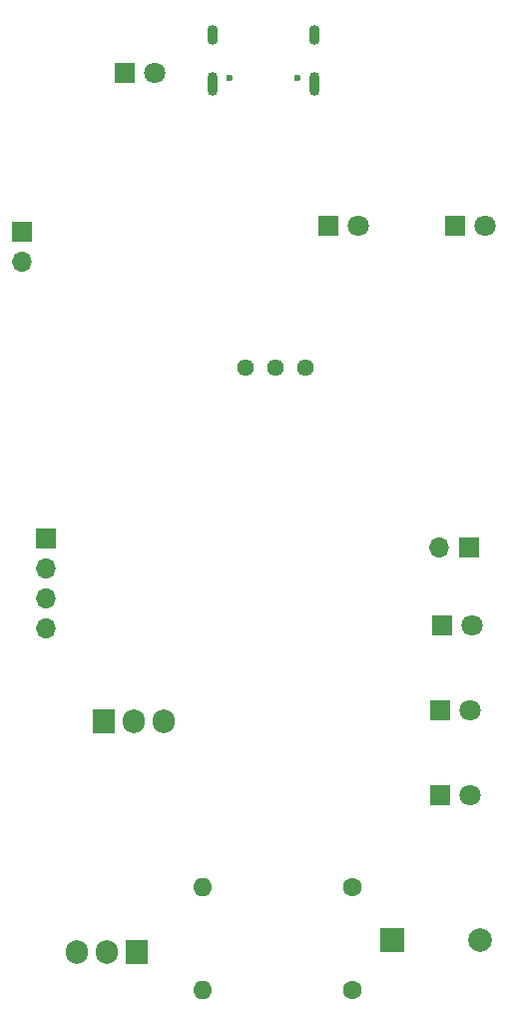
<source format=gbr>
%TF.GenerationSoftware,KiCad,Pcbnew,(6.0.11)*%
%TF.CreationDate,2023-07-13T20:03:18-03:00*%
%TF.ProjectId,Open-Tens,4f70656e-2d54-4656-9e73-2e6b69636164,rev?*%
%TF.SameCoordinates,Original*%
%TF.FileFunction,Soldermask,Bot*%
%TF.FilePolarity,Negative*%
%FSLAX46Y46*%
G04 Gerber Fmt 4.6, Leading zero omitted, Abs format (unit mm)*
G04 Created by KiCad (PCBNEW (6.0.11)) date 2023-07-13 20:03:18*
%MOMM*%
%LPD*%
G01*
G04 APERTURE LIST*
%ADD10C,1.600000*%
%ADD11O,1.600000X1.600000*%
%ADD12R,1.700000X1.700000*%
%ADD13O,1.700000X1.700000*%
%ADD14C,1.440000*%
%ADD15R,1.905000X2.000000*%
%ADD16O,1.905000X2.000000*%
%ADD17C,0.600000*%
%ADD18O,0.900000X2.000000*%
%ADD19O,0.900000X1.700000*%
%ADD20R,1.800000X1.800000*%
%ADD21C,1.800000*%
%ADD22R,2.000000X2.000000*%
%ADD23C,2.000000*%
G04 APERTURE END LIST*
D10*
%TO.C,J4*%
X162300000Y-140950000D03*
D11*
X149600000Y-140950000D03*
%TD*%
D12*
%TO.C,JP1*%
X172200000Y-103400000D03*
D13*
X169660000Y-103400000D03*
%TD*%
D14*
%TO.C,RV1*%
X158350000Y-88200000D03*
X155810000Y-88200000D03*
X153270000Y-88200000D03*
%TD*%
D10*
%TO.C,R12*%
X162300000Y-132200000D03*
D11*
X149600000Y-132200000D03*
%TD*%
D15*
%TO.C,Q2*%
X144037258Y-137755000D03*
D16*
X141497258Y-137755000D03*
X138957258Y-137755000D03*
%TD*%
D15*
%TO.C,Q1*%
X141260000Y-118145000D03*
D16*
X143800000Y-118145000D03*
X146340000Y-118145000D03*
%TD*%
D12*
%TO.C,J3*%
X136300000Y-102700000D03*
D13*
X136300000Y-105240000D03*
X136300000Y-107780000D03*
X136300000Y-110320000D03*
%TD*%
D17*
%TO.C,J2*%
X157690000Y-63650000D03*
X151910000Y-63650000D03*
D18*
X159120000Y-64130000D03*
D19*
X159120000Y-59960000D03*
D18*
X150480000Y-64130000D03*
D19*
X150480000Y-59960000D03*
%TD*%
D12*
%TO.C,J1*%
X134300000Y-76660000D03*
D13*
X134300000Y-79200000D03*
%TD*%
D20*
%TO.C,D9*%
X169892500Y-110020000D03*
D21*
X172432500Y-110020000D03*
%TD*%
D20*
%TO.C,D8*%
X169800000Y-117200000D03*
D21*
X172340000Y-117200000D03*
%TD*%
%TO.C,D7*%
X172260000Y-124400000D03*
D20*
X169720000Y-124400000D03*
%TD*%
%TO.C,D5*%
X143025000Y-63200000D03*
D21*
X145565000Y-63200000D03*
%TD*%
D20*
%TO.C,D3*%
X160260000Y-76200000D03*
D21*
X162800000Y-76200000D03*
%TD*%
D20*
%TO.C,D2*%
X171025000Y-76200000D03*
D21*
X173565000Y-76200000D03*
%TD*%
D22*
%TO.C,C3*%
X165682323Y-136700000D03*
D23*
X173182323Y-136700000D03*
%TD*%
M02*

</source>
